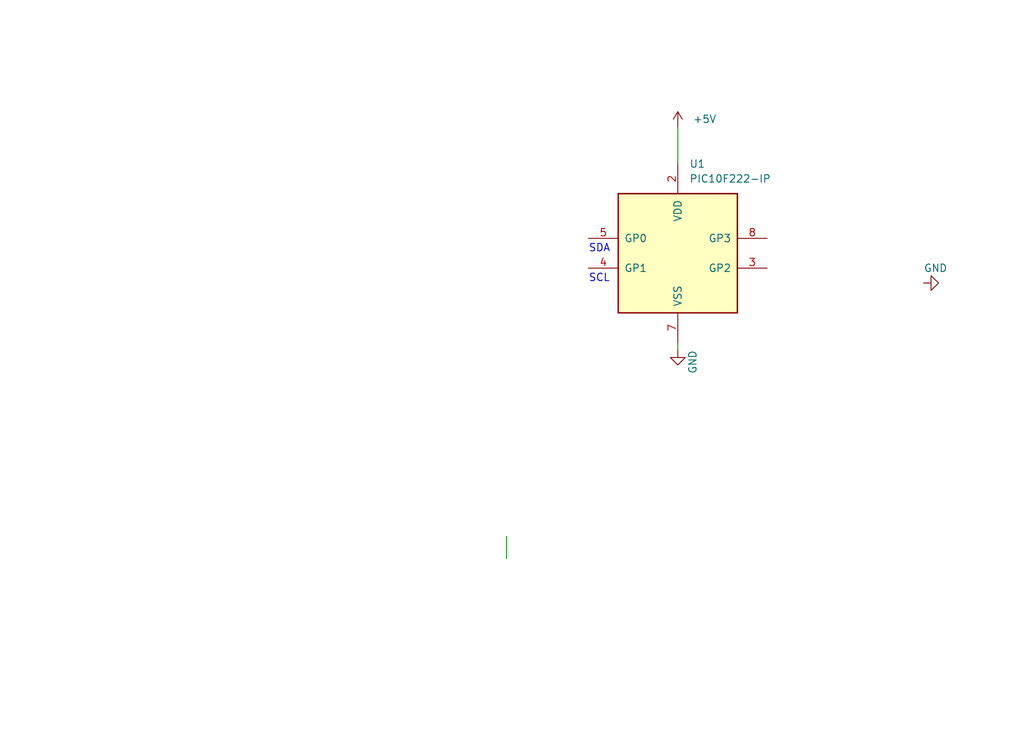
<source format=kicad_sch>
(kicad_sch (version 20230121) (generator eeschema)
  (paper "User" 174.6 127)
  (title_block (title "PIC10F222 and I2C setup") (company "Ricardo Lima Caratti"))
  (lib_symbols
    (symbol "MCU_Microchip_PIC10:PIC10F222-IP" (pin_names (offset 1.016))
      (property "Reference" "U" (at 1.27 13.97 0))
      (property "Value" "PIC10F222-IP" (at 1.27 11.43 0))
      (symbol "PIC10F222-IP_0_1"
        (rectangle (start -10.16 10.16) (end 10.16 -10.16) (stroke (width 0.254)) (fill (type background)))
      )
      (symbol "PIC10F222-IP_1_1"
        (pin power_in line (at 0 15.24 270) (length 5.08) (name "VDD") (number "2"))
        (pin bidirectional line (at 15.24 -2.54 180) (length 5.08) (name "GP2") (number "3"))
        (pin bidirectional line (at -15.24 -2.54 0) (length 5.08) (name "GP1") (number "4"))
        (pin bidirectional line (at -15.24 2.54 0) (length 5.08) (name "GP0") (number "5"))
        (pin power_in line (at 0 -15.24 90) (length 5.08) (name "VSS") (number "7"))
        (pin input line (at 15.24 2.54 180) (length 5.08) (name "GP3") (number "8"))
      )
    )
    (symbol "power:+5V" (power) (pin_names (offset 0))
      (property "Value" "+5V" (at 0 3.556 0))
      (symbol "+5V_0_1"
        (polyline (pts (xy -0.762 1.27) (xy 0 2.54)))
        (polyline (pts (xy 0 0) (xy 0 2.54)))
        (polyline (pts (xy 0 2.54) (xy 0.762 1.27)))
      )
      (symbol "+5V_1_1"
        (pin power_in line (at 0 0 90) (length 0) hide (name "+5V") (number "1"))
      )
    )
    (symbol "power:GND" (power) (pin_names (offset 0))
      (property "Value" "GND" (at 0 -3.81 0))
      (symbol "GND_0_1"
        (polyline (pts (xy 0 0) (xy 0 -1.27) (xy 1.27 -1.27) (xy 0 -2.54) (xy -1.27 -1.27) (xy 0 -1.27)))
      )
      (symbol "GND_1_1"
        (pin power_in line (at 0 0 270) (length 0) hide (name "GND") (number "1"))
      )
    )
  )
  (wire (pts (xy 86.36 91.44) (xy 86.36 95.25)))
  (wire (pts (xy 115.57 21.59) (xy 115.57 27.94)))
  (wire (pts (xy 115.57 58.42) (xy 115.57 59.69)))
  (text "SCL" (at 100.33 48.26 0) (effects (font (size 1.27 1.27)) (justify left bottom)))
  (text "SDA" (at 100.33 43.18 0) (effects (font (size 1.27 1.27)) (justify left bottom)))
  (symbol (lib_id "power:GND") (at 115.57 59.69 0) (unit 1)
    (property "Reference" "#PWR01" (effects hide))
    (property "Value" "GND" (at 118.11 59.69 90) (effects (justify right)))
  )
  (symbol (lib_id "MCU_Microchip_PIC10:PIC10F222-IP") (at 115.57 43.18 0) (unit 1)
    (property "Reference" "U1" (at 117.5259 27.94 0) (effects (justify left)))
    (property "Value" "PIC10F222-IP" (at 117.5259 30.48 0) (effects (justify left)))
    (property "Footprint" "Package_DIP:DIP-8_W7.62mm" (effects hide))
    (property "Datasheet" "http://ww1.microchip.com/downloads/en/DeviceDoc/41270E.pdf" (effects hide))
  )
  (symbol (lib_id "power:+5V") (at 115.57 21.59 0) (unit 1)
    (property "Reference" "#PWR05" (effects hide))
    (property "Value" "+5V" (at 118.11 20.32 0) (effects (justify left)))
  )
  (symbol (lib_id "power:GND") (at 157.48 48.26 90) (unit 1)
    (property "Reference" "#PWR03" (effects hide))
    (property "Value" "GND" (at 157.48 45.72 90) (effects (justify right)))
  )
)
</source>
